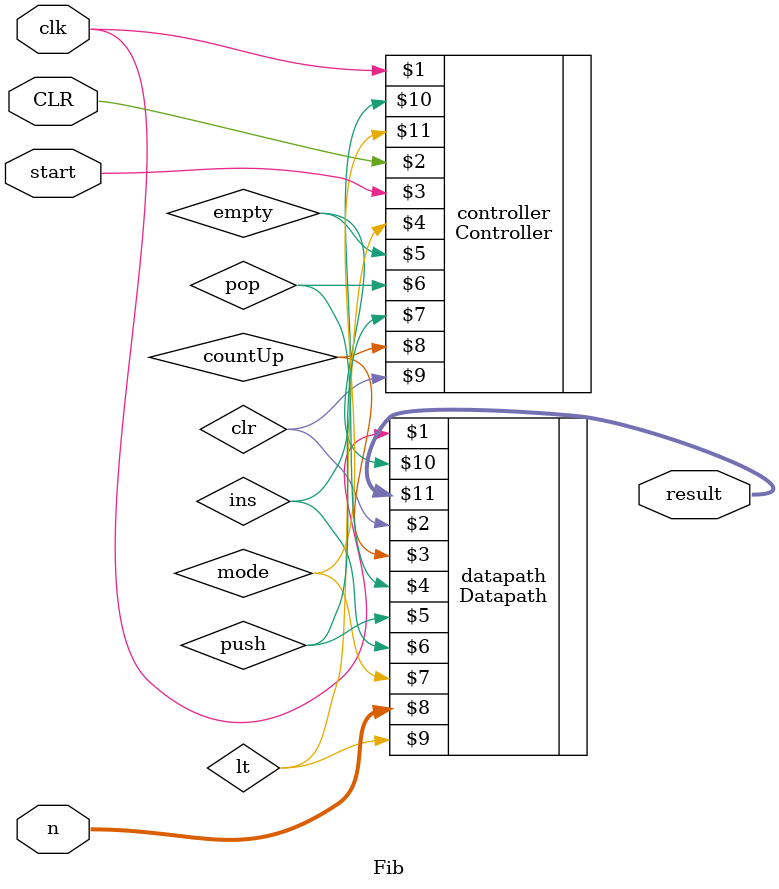
<source format=v>
`timescale 1ns/1ns

module Fib (clk, start, CLR, n, result);

    input clk, start, CLR;
    input [2:0] n;
    output [4:0] result;

    wire lt, empty, pop, push, countUp, clr, ins, mode;
    Controller controller(clk, CLR, start, lt, empty, pop, push, countUp, clr, ins, mode);
    Datapath datapath(clk, clr, countUp, pop, push, ins, mode, n, lt, empty, result);

endmodule
</source>
